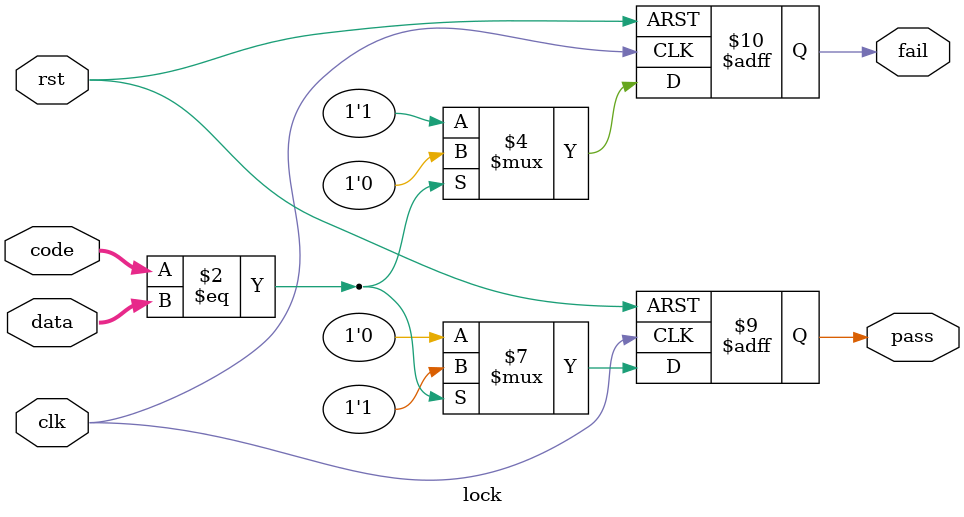
<source format=v>
`timescale 1ns / 1ps


module lock(input clk,
    input rst,
    input [15:0]code,
    input [15:0]data,
    output reg pass,
    output reg fail
    );
    always@(posedge clk, posedge rst)begin
        if(rst) begin
            pass<=0;
            fail<=0;
        end
        else if(code==data) begin
            pass<=1;
            fail<=0;
        end
        else begin
            fail<=1;
            pass<=0;
        end
    end
endmodule

</source>
